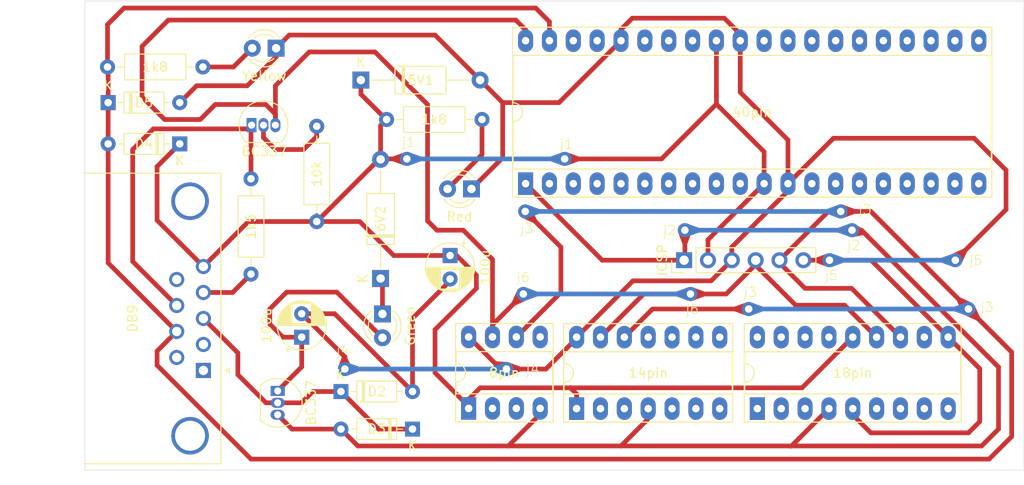
<source format=kicad_pcb>
(kicad_pcb (version 20240108) (generator "pcbnew") (generator_version "8.0")
  (layers (0 "F.Cu" mixed) (31 "B.Cu" jumper) (34 "B.Paste" user) (35 "F.Paste" user) (36 "B.SilkS" user "B.Silkscreen") (37 "F.SilkS" user "F.Silkscreen") (38 "B.Mask" user) (39 "F.Mask" user) (44 "Edge.Cuts" user))
  (net 0 "")
  (net 1 "Net-(1k5-Pad1)")
  (net 2 "Net-(Q3-C)")
  (net 3 "/VDD")
  (net 4 "Net-(Red1-A)")
  (net 5 "/PGC")
  (net 6 "Net-(Yellow1-A)")
  (net 7 "/GND{slash}PGM")
  (net 8 "Net-(6V2-K)")
  (net 9 "/PGD")
  (net 11 "/MCLR")
  (net 14 "Net-(Q3-B)")
  (net 68 "Net-(Green1-A)")
  (net 69 "Net-(D2-K)")
  (footprint "LED_THT:LED_D3.0mm" (layer "F.Cu") (at 132 108.125 -90)
    (property "Reference" "Green" (at 1.27 -2.96 90) (layer "F.SilkS"))
    (property "Value" "LED")
    (pad "1" thru_hole rect (at 0 0 270) (size 1.8 1.8) (drill 0.9) (layers "*.Cu" "*.Mask") (net 8 "Net-(6V2-K)"))
    (pad "2" thru_hole circle (at 2.54 0 270) (size 1.8 1.8) (drill 0.9) (layers "*.Cu" "*.Mask") (net 68 "Net-(Green1-A)"))
  )
  (footprint "LED_THT:LED_D3.0mm" (layer "F.Cu") (at 141.475 94.8 180)
    (property "Reference" "Red" (at 1.27 -2.96 180) (layer "F.SilkS"))
    (property "Value" "LED")
    (pad "1" thru_hole rect (at 0 0 180) (size 1.8 1.8) (drill 0.9) (layers "*.Cu" "*.Mask") (net 7 "/GND{slash}PGM"))
    (pad "2" thru_hole circle (at 2.54 0 180) (size 1.8 1.8) (drill 0.9) (layers "*.Cu" "*.Mask") (net 4 "Net-(Red1-A)"))
  )
  (footprint "Connector_Dsub:DSUB-9_Female_Horizontal_P2.77x2.84mm_EdgePinOffset9.90mm_Housed_MountingHolesOffset11.32mm" (layer "F.Cu") (at 112.930331 114.15 -90)
    (property "Reference" "DB9" (at -5.54 7.530331 90) (layer "F.SilkS"))
    (property "Value" "DE9_Receptacle_MountingHoles")
    (pad "0" thru_hole circle (at -18.04 1.42 270) (size 4 4) (drill 3.2) (layers "*.Cu" "*.Mask"))
    (pad "0" thru_hole circle (at 6.96 1.42 270) (size 4 4) (drill 3.2) (layers "*.Cu" "*.Mask"))
    (pad "1" thru_hole rect (at 0 0 270) (size 1.6 1.6) (drill 1) (layers "*.Cu" "*.Mask"))
    (pad "2" thru_hole circle (at -2.77 0 270) (size 1.6 1.6) (drill 1) (layers "*.Cu" "*.Mask"))
    (pad "3" thru_hole circle (at -5.54 0 270) (size 1.6 1.6) (drill 1) (layers "*.Cu" "*.Mask") (net 69 "Net-(D2-K)"))
    (pad "4" thru_hole circle (at -8.31 0 270) (size 1.6 1.6) (drill 1) (layers "*.Cu" "*.Mask") (net 1 "Net-(1k5-Pad1)"))
    (pad "5" thru_hole circle (at -11.08 0 270) (size 1.6 1.6) (drill 1) (layers "*.Cu" "*.Mask") (net 3 "/VDD"))
    (pad "6" thru_hole circle (at -1.385 2.84 270) (size 1.6 1.6) (drill 1) (layers "*.Cu" "*.Mask"))
    (pad "7" thru_hole circle (at -4.155 2.84 270) (size 1.6 1.6) (drill 1) (layers "*.Cu" "*.Mask") (net 5 "/PGC"))
    (pad "8" thru_hole circle (at -6.925 2.84 270) (size 1.6 1.6) (drill 1) (layers "*.Cu" "*.Mask") (net 2 "Net-(Q3-C)"))
    (pad "9" thru_hole circle (at -9.695 2.84 270) (size 1.6 1.6) (drill 1) (layers "*.Cu" "*.Mask"))
  )
  (footprint "Resistor_THT:R_Axial_DIN0207_L6.3mm_D2.5mm_P10.16mm_Horizontal" (layer "F.Cu") (at 118 103.88 90)
    (property "Reference" "1k5" (at 5.08 0 270) (layer "F.SilkS"))
    (property "Value" "R_US")
    (pad "1" thru_hole circle (at 0 0 90) (size 1.6 1.6) (drill 0.8) (layers "*.Cu" "*.Mask") (net 1 "Net-(1k5-Pad1)"))
    (pad "2" thru_hole oval (at 10.16 0 90) (size 1.6 1.6) (drill 0.8) (layers "*.Cu" "*.Mask") (net 2 "Net-(Q3-C)"))
  )
  (footprint "Package_DIP:DIP-40_W15.24mm_Socket_LongPads" (layer "F.Cu") (at 147.24 94.24 90)
    (property "Reference" "40pin" (at 7.625 24.125 0) (layer "F.SilkS"))
    (property "Value" "Conn_02x20_Counter_Clockwise")
    (pad "1" thru_hole rect (at 0 0 90) (size 2.4 1.6) (drill 0.8) (layers "*.Cu" "*.Mask") (net 11 "/MCLR"))
    (pad "2" thru_hole oval (at 0 2.54 90) (size 2.4 1.6) (drill 0.8) (layers "*.Cu" "*.Mask"))
    (pad "3" thru_hole oval (at 0 5.08 90) (size 2.4 1.6) (drill 0.8) (layers "*.Cu" "*.Mask"))
    (pad "4" thru_hole oval (at 0 7.62 90) (size 2.4 1.6) (drill 0.8) (layers "*.Cu" "*.Mask"))
    (pad "5" thru_hole oval (at 0 10.16 90) (size 2.4 1.6) (drill 0.8) (layers "*.Cu" "*.Mask"))
    (pad "6" thru_hole oval (at 0 12.7 90) (size 2.4 1.6) (drill 0.8) (layers "*.Cu" "*.Mask"))
    (pad "7" thru_hole oval (at 0 15.24 90) (size 2.4 1.6) (drill 0.8) (layers "*.Cu" "*.Mask"))
    (pad "8" thru_hole oval (at 0 17.78 90) (size 2.4 1.6) (drill 0.8) (layers "*.Cu" "*.Mask"))
    (pad "9" thru_hole oval (at 0 20.32 90) (size 2.4 1.6) (drill 0.8) (layers "*.Cu" "*.Mask"))
    (pad "10" thru_hole oval (at 0 22.86 90) (size 2.4 1.6) (drill 0.8) (layers "*.Cu" "*.Mask"))
    (pad "11" thru_hole oval (at 0 25.4 90) (size 2.4 1.6) (drill 0.8) (layers "*.Cu" "*.Mask") (net 3 "/VDD"))
    (pad "12" thru_hole oval (at 0 27.94 90) (size 2.4 1.6) (drill 0.8) (layers "*.Cu" "*.Mask") (net 7 "/GND{slash}PGM"))
    (pad "13" thru_hole oval (at 0 30.48 90) (size 2.4 1.6) (drill 0.8) (layers "*.Cu" "*.Mask"))
    (pad "14" thru_hole oval (at 0 33.02 90) (size 2.4 1.6) (drill 0.8) (layers "*.Cu" "*.Mask"))
    (pad "15" thru_hole oval (at 0 35.56 90) (size 2.4 1.6) (drill 0.8) (layers "*.Cu" "*.Mask"))
    (pad "16" thru_hole oval (at 0 38.1 90) (size 2.4 1.6) (drill 0.8) (layers "*.Cu" "*.Mask"))
    (pad "17" thru_hole oval (at 0 40.64 90) (size 2.4 1.6) (drill 0.8) (layers "*.Cu" "*.Mask"))
    (pad "18" thru_hole oval (at 0 43.18 90) (size 2.4 1.6) (drill 0.8) (layers "*.Cu" "*.Mask"))
    (pad "19" thru_hole oval (at 0 45.72 90) (size 2.4 1.6) (drill 0.8) (layers "*.Cu" "*.Mask"))
    (pad "20" thru_hole oval (at 0 48.26 90) (size 2.4 1.6) (drill 0.8) (layers "*.Cu" "*.Mask"))
    (pad "21" thru_hole oval (at 15.24 48.26 90) (size 2.4 1.6) (drill 0.8) (layers "*.Cu" "*.Mask"))
    (pad "22" thru_hole oval (at 15.24 45.72 90) (size 2.4 1.6) (drill 0.8) (layers "*.Cu" "*.Mask"))
    (pad "23" thru_hole oval (at 15.24 43.18 90) (size 2.4 1.6) (drill 0.8) (layers "*.Cu" "*.Mask"))
    (pad "24" thru_hole oval (at 15.24 40.64 90) (size 2.4 1.6) (drill 0.8) (layers "*.Cu" "*.Mask"))
    (pad "25" thru_hole oval (at 15.24 38.1 90) (size 2.4 1.6) (drill 0.8) (layers "*.Cu" "*.Mask"))
    (pad "26" thru_hole oval (at 15.24 35.56 90) (size 2.4 1.6) (drill 0.8) (layers "*.Cu" "*.Mask"))
    (pad "27" thru_hole oval (at 15.24 33.02 90) (size 2.4 1.6) (drill 0.8) (layers "*.Cu" "*.Mask"))
    (pad "28" thru_hole oval (at 15.24 30.48 90) (size 2.4 1.6) (drill 0.8) (layers "*.Cu" "*.Mask"))
    (pad "29" thru_hole oval (at 15.24 27.94 90) (size 2.4 1.6) (drill 0.8) (layers "*.Cu" "*.Mask"))
    (pad "30" thru_hole oval (at 15.24 25.4 90) (size 2.4 1.6) (drill 0.8) (layers "*.Cu" "*.Mask"))
    (pad "31" thru_hole oval (at 15.24 22.86 90) (size 2.4 1.6) (drill 0.8) (layers "*.Cu" "*.Mask") (net 7 "/GND{slash}PGM"))
    (pad "32" thru_hole oval (at 15.24 20.32 90) (size 2.4 1.6) (drill 0.8) (layers "*.Cu" "*.Mask") (net 3 "/VDD"))
    (pad "33" thru_hole oval (at 15.24 17.78 90) (size 2.4 1.6) (drill 0.8) (layers "*.Cu" "*.Mask"))
    (pad "34" thru_hole oval (at 15.24 15.24 90) (size 2.4 1.6) (drill 0.8) (layers "*.Cu" "*.Mask"))
    (pad "35" thru_hole oval (at 15.24 12.7 90) (size 2.4 1.6) (drill 0.8) (layers "*.Cu" "*.Mask"))
    (pad "36" thru_hole oval (at 15.24 10.16 90) (size 2.4 1.6) (drill 0.8) (layers "*.Cu" "*.Mask") (net 7 "/GND{slash}PGM"))
    (pad "37" thru_hole oval (at 15.24 7.62 90) (size 2.4 1.6) (drill 0.8) (layers "*.Cu" "*.Mask"))
    (pad "38" thru_hole oval (at 15.24 5.08 90) (size 2.4 1.6) (drill 0.8) (layers "*.Cu" "*.Mask"))
    (pad "39" thru_hole oval (at 15.24 2.54 90) (size 2.4 1.6) (drill 0.8) (layers "*.Cu" "*.Mask") (net 5 "/PGC"))
    (pad "40" thru_hole oval (at 15.24 0 90) (size 2.4 1.6) (drill 0.8) (layers "*.Cu" "*.Mask") (net 9 "/PGD"))
  )
  (footprint "Package_DIP:DIP-18_W7.62mm_Socket_LongPads" (layer "F.Cu") (at 171.92 118.22 90)
    (property "Reference" "18pin" (at 3.8 10.15 0) (layer "F.SilkS"))
    (property "Value" "Conn_02x09_Counter_Clockwise")
    (pad "1" thru_hole rect (at 0 0 90) (size 2.4 1.6) (drill 0.8) (layers "*.Cu" "*.Mask"))
    (pad "2" thru_hole oval (at 0 2.54 90) (size 2.4 1.6) (drill 0.8) (layers "*.Cu" "*.Mask"))
    (pad "3" thru_hole oval (at 0 5.08 90) (size 2.4 1.6) (drill 0.8) (layers "*.Cu" "*.Mask"))
    (pad "4" thru_hole oval (at 0 7.62 90) (size 2.4 1.6) (drill 0.8) (layers "*.Cu" "*.Mask") (net 11 "/MCLR"))
    (pad "5" thru_hole oval (at 0 10.16 90) (size 2.4 1.6) (drill 0.8) (layers "*.Cu" "*.Mask") (net 7 "/GND{slash}PGM"))
    (pad "6" thru_hole oval (at 0 12.7 90) (size 2.4 1.6) (drill 0.8) (layers "*.Cu" "*.Mask"))
    (pad "7" thru_hole oval (at 0 15.24 90) (size 2.4 1.6) (drill 0.8) (layers "*.Cu" "*.Mask"))
    (pad "8" thru_hole oval (at 0 17.78 90) (size 2.4 1.6) (drill 0.8) (layers "*.Cu" "*.Mask"))
    (pad "9" thru_hole oval (at 0 20.32 90) (size 2.4 1.6) (drill 0.8) (layers "*.Cu" "*.Mask"))
    (pad "10" thru_hole oval (at 7.62 20.32 90) (size 2.4 1.6) (drill 0.8) (layers "*.Cu" "*.Mask") (net 7 "/GND{slash}PGM"))
    (pad "11" thru_hole oval (at 7.62 17.78 90) (size 2.4 1.6) (drill 0.8) (layers "*.Cu" "*.Mask"))
    (pad "12" thru_hole oval (at 7.62 15.24 90) (size 2.4 1.6) (drill 0.8) (layers "*.Cu" "*.Mask") (net 5 "/PGC"))
    (pad "13" thru_hole oval (at 7.62 12.7 90) (size 2.4 1.6) (drill 0.8) (layers "*.Cu" "*.Mask") (net 9 "/PGD"))
    (pad "14" thru_hole oval (at 7.62 10.16 90) (size 2.4 1.6) (drill 0.8) (layers "*.Cu" "*.Mask") (net 3 "/VDD"))
    (pad "15" thru_hole oval (at 7.62 7.62 90) (size 2.4 1.6) (drill 0.8) (layers "*.Cu" "*.Mask"))
    (pad "16" thru_hole oval (at 7.62 5.08 90) (size 2.4 1.6) (drill 0.8) (layers "*.Cu" "*.Mask"))
    (pad "17" thru_hole oval (at 7.62 2.54 90) (size 2.4 1.6) (drill 0.8) (layers "*.Cu" "*.Mask"))
    (pad "18" thru_hole oval (at 7.62 0 90) (size 2.4 1.6) (drill 0.8) (layers "*.Cu" "*.Mask"))
  )
  (footprint "Diode_THT:D_A-405_P12.70mm_Horizontal" (layer "F.Cu") (at 129.7 83.2)
    (property "Reference" "5V1" (at 6.35 0 360) (layer "F.SilkS"))
    (property "Value" "D_Zener")
    (fp_text user "K" (at 0 -1.9 360) (layer "F.SilkS"))
    (pad "1" thru_hole rect (at 0 0) (size 1.8 1.8) (drill 0.9) (layers "*.Cu" "*.Mask") (net 3 "/VDD"))
    (pad "2" thru_hole oval (at 12.7 0) (size 1.8 1.8) (drill 0.9) (layers "*.Cu" "*.Mask") (net 7 "/GND{slash}PGM"))
  )
  (footprint "Package_DIP:DIP-14_W7.62mm_Socket_LongPads" (layer "F.Cu") (at 152.675 118.22 90)
    (property "Reference" "14pin" (at 3.8 7.625 0) (layer "F.SilkS"))
    (property "Value" "Conn_02x07_Counter_Clockwise")
    (pad "1" thru_hole rect (at 0 0 90) (size 2.4 1.6) (drill 0.8) (layers "*.Cu" "*.Mask") (net 3 "/VDD"))
    (pad "2" thru_hole oval (at 0 2.54 90) (size 2.4 1.6) (drill 0.8) (layers "*.Cu" "*.Mask"))
    (pad "3" thru_hole oval (at 0 5.08 90) (size 2.4 1.6) (drill 0.8) (layers "*.Cu" "*.Mask"))
    (pad "4" thru_hole oval (at 0 7.62 90) (size 2.4 1.6) (drill 0.8) (layers "*.Cu" "*.Mask") (net 11 "/MCLR"))
    (pad "5" thru_hole oval (at 0 10.16 90) (size 2.4 1.6) (drill 0.8) (layers "*.Cu" "*.Mask"))
    (pad "6" thru_hole oval (at 0 12.7 90) (size 2.4 1.6) (drill 0.8) (layers "*.Cu" "*.Mask"))
    (pad "7" thru_hole oval (at 0 15.24 90) (size 2.4 1.6) (drill 0.8) (layers "*.Cu" "*.Mask"))
    (pad "8" thru_hole oval (at 7.62 15.24 90) (size 2.4 1.6) (drill 0.8) (layers "*.Cu" "*.Mask"))
    (pad "9" thru_hole oval (at 7.62 12.7 90) (size 2.4 1.6) (drill 0.8) (layers "*.Cu" "*.Mask"))
    (pad "10" thru_hole oval (at 7.62 10.16 90) (size 2.4 1.6) (drill 0.8) (layers "*.Cu" "*.Mask"))
    (pad "11" thru_hole oval (at 7.62 7.62 90) (size 2.4 1.6) (drill 0.8) (layers "*.Cu" "*.Mask"))
    (pad "12" thru_hole oval (at 7.62 5.08 90) (size 2.4 1.6) (drill 0.8) (layers "*.Cu" "*.Mask") (net 5 "/PGC"))
    (pad "13" thru_hole oval (at 7.62 2.54 90) (size 2.4 1.6) (drill 0.8) (layers "*.Cu" "*.Mask") (net 9 "/PGD"))
    (pad "14" thru_hole oval (at 7.62 0 90) (size 2.4 1.6) (drill 0.8) (layers "*.Cu" "*.Mask") (net 7 "/GND{slash}PGM"))
  )
  (footprint "Resistor_THT:R_Axial_DIN0207_L6.3mm_D2.5mm_P10.16mm_Horizontal" (layer "F.Cu") (at 125 88.12 -90)
    (property "Reference" "10k" (at 5.08 0 90) (layer "F.SilkS"))
    (property "Value" "R_US")
    (pad "1" thru_hole circle (at 0 0 270) (size 1.6 1.6) (drill 0.8) (layers "*.Cu" "*.Mask") (net 14 "Net-(Q3-B)"))
    (pad "2" thru_hole oval (at 10.16 0 270) (size 1.6 1.6) (drill 0.8) (layers "*.Cu" "*.Mask") (net 3 "/VDD"))
  )
  (footprint "Resistor_THT:R_Axial_DIN0207_L6.3mm_D2.5mm_P10.16mm_Horizontal" (layer "F.Cu") (at 132.44 87.4)
    (property "Reference" "1k8" (at 5.08 0 360) (layer "F.SilkS"))
    (property "Value" "R_US")
    (pad "1" thru_hole circle (at 0 0) (size 1.6 1.6) (drill 0.8) (layers "*.Cu" "*.Mask") (net 3 "/VDD"))
    (pad "2" thru_hole oval (at 10.16 0) (size 1.6 1.6) (drill 0.8) (layers "*.Cu" "*.Mask") (net 4 "Net-(Red1-A)"))
  )
  (footprint "Resistor_THT:R_Axial_DIN0207_L6.3mm_D2.5mm_P10.16mm_Horizontal" (layer "F.Cu") (at 102.72 81.8)
    (property "Reference" "1k8" (at 5.08 0 0) (layer "F.SilkS"))
    (property "Value" "R_US")
    (pad "1" thru_hole circle (at 0 0) (size 1.6 1.6) (drill 0.8) (layers "*.Cu" "*.Mask") (net 5 "/PGC"))
    (pad "2" thru_hole oval (at 10.16 0) (size 1.6 1.6) (drill 0.8) (layers "*.Cu" "*.Mask") (net 6 "Net-(Yellow1-A)"))
  )
  (footprint "Diode_THT:D_DO-35_SOD27_P7.62mm_Horizontal" (layer "F.Cu") (at 135.2 120.4 180)
    (property "Reference" "D3" (at 3.81 0 180) (layer "F.SilkS"))
    (property "Value" "1N4148")
    (fp_text user "K" (at 0 -1.8 180) (layer "F.SilkS"))
    (pad "1" thru_hole rect (at 0 0 180) (size 1.6 1.6) (drill 0.8) (layers "*.Cu" "*.Mask") (net 69 "Net-(D2-K)"))
    (pad "2" thru_hole oval (at 7.62 0 180) (size 1.6 1.6) (drill 0.8) (layers "*.Cu" "*.Mask") (net 11 "/MCLR"))
  )
  (footprint "Diode_THT:D_DO-35_SOD27_P7.62mm_Horizontal" (layer "F.Cu") (at 127.58 116.4)
    (property "Reference" "D2" (at 3.81 0 360) (layer "F.SilkS"))
    (property "Value" "1N4148")
    (fp_text user "K" (at 0 -1.8 360) (layer "F.SilkS"))
    (pad "1" thru_hole rect (at 0 0) (size 1.6 1.6) (drill 0.8) (layers "*.Cu" "*.Mask") (net 69 "Net-(D2-K)"))
    (pad "2" thru_hole oval (at 7.62 0) (size 1.6 1.6) (drill 0.8) (layers "*.Cu" "*.Mask") (net 7 "/GND{slash}PGM"))
  )
  (footprint "Diode_THT:D_A-405_P12.70mm_Horizontal" (layer "F.Cu") (at 131.8 104.35 90)
    (property "Reference" "6V2" (at 6.35 0 -90) (layer "F.SilkS"))
    (property "Value" "D_Zener")
    (fp_text user "K" (at 0 -1.9 -90) (layer "F.SilkS"))
    (pad "1" thru_hole rect (at 0 0 90) (size 1.8 1.8) (drill 0.9) (layers "*.Cu" "*.Mask") (net 8 "Net-(6V2-K)"))
    (pad "2" thru_hole oval (at 12.7 0 90) (size 1.8 1.8) (drill 0.9) (layers "*.Cu" "*.Mask") (net 3 "/VDD"))
  )
  (footprint "Connector_PinHeader_2.54mm:PinHeader_1x06_P2.54mm_Vertical" (layer "F.Cu") (at 164.12 102.4 90)
    (property "Reference" "ICSP" (at 0 -2.33 270) (layer "F.SilkS"))
    (property "Value" "Conn_01x06")
    (pad "1" thru_hole rect (at 0 0 90) (size 1.7 1.7) (drill 1) (layers "*.Cu" "*.Mask") (net 11 "/MCLR"))
    (pad "2" thru_hole oval (at 0 2.54 90) (size 1.7 1.7) (drill 1) (layers "*.Cu" "*.Mask") (net 3 "/VDD"))
    (pad "3" thru_hole oval (at 0 5.08 90) (size 1.7 1.7) (drill 1) (layers "*.Cu" "*.Mask") (net 7 "/GND{slash}PGM"))
    (pad "4" thru_hole oval (at 0 7.62 90) (size 1.7 1.7) (drill 1) (layers "*.Cu" "*.Mask") (net 9 "/PGD"))
    (pad "5" thru_hole oval (at 0 10.16 90) (size 1.7 1.7) (drill 1) (layers "*.Cu" "*.Mask") (net 5 "/PGC"))
    (pad "6" thru_hole oval (at 0 12.7 90) (size 1.7 1.7) (drill 1) (layers "*.Cu" "*.Mask") (net 7 "/GND{slash}PGM"))
  )
  (footprint "Package_TO_SOT_THT:TO-92_Inline" (layer "F.Cu") (at 120.84 116.33 -90)
    (property "Reference" "BC337" (at 1.27 -3.56 90) (layer "F.SilkS"))
    (property "Value" "BC337")
    (pad "1" thru_hole rect (at 0 0 270) (size 1.05 1.5) (drill 0.75) (layers "*.Cu" "*.Mask") (net 68 "Net-(Green1-A)"))
    (pad "2" thru_hole oval (at 1.27 0 270) (size 1.05 1.5) (drill 0.75) (layers "*.Cu" "*.Mask") (net 69 "Net-(D2-K)"))
    (pad "3" thru_hole oval (at 2.54 0 270) (size 1.05 1.5) (drill 0.75) (layers "*.Cu" "*.Mask") (net 11 "/MCLR"))
  )
  (footprint "Package_DIP:DIP-8_W7.62mm_Socket_LongPads" (layer "F.Cu") (at 141.175 118.2 90)
    (property "Reference" "8pin" (at 3.8 3.8 0) (layer "F.SilkS"))
    (property "Value" "Conn_02x04_Counter_Clockwise")
    (pad "1" thru_hole rect (at 0 0 90) (size 2.4 1.6) (drill 0.8) (layers "*.Cu" "*.Mask") (net 3 "/VDD"))
    (pad "2" thru_hole oval (at 0 2.54 90) (size 2.4 1.6) (drill 0.8) (layers "*.Cu" "*.Mask"))
    (pad "3" thru_hole oval (at 0 5.08 90) (size 2.4 1.6) (drill 0.8) (layers "*.Cu" "*.Mask"))
    (pad "4" thru_hole oval (at 0 7.62 90) (size 2.4 1.6) (drill 0.8) (layers "*.Cu" "*.Mask") (net 11 "/MCLR"))
    (pad "5" thru_hole oval (at 7.62 7.62 90) (size 2.4 1.6) (drill 0.8) (layers "*.Cu" "*.Mask"))
    (pad "6" thru_hole oval (at 7.62 5.08 90) (size 2.4 1.6) (drill 0.8) (layers "*.Cu" "*.Mask") (net 5 "/PGC"))
    (pad "7" thru_hole oval (at 7.62 2.54 90) (size 2.4 1.6) (drill 0.8) (layers "*.Cu" "*.Mask") (net 9 "/PGD"))
    (pad "8" thru_hole oval (at 7.62 0 90) (size 2.4 1.6) (drill 0.8) (layers "*.Cu" "*.Mask") (net 7 "/GND{slash}PGM"))
  )
  (footprint "Diode_THT:D_DO-35_SOD27_P7.62mm_Horizontal" (layer "F.Cu") (at 102.79 85.6)
    (property "Reference" "D5" (at 3.81 0 360) (layer "F.SilkS"))
    (property "Value" "1N4148")
    (fp_text user "K" (at 0 -1.8 360) (layer "F.SilkS"))
    (pad "1" thru_hole rect (at 0 0) (size 1.6 1.6) (drill 0.8) (layers "*.Cu" "*.Mask") (net 5 "/PGC"))
    (pad "2" thru_hole oval (at 7.62 0) (size 1.6 1.6) (drill 0.8) (layers "*.Cu" "*.Mask") (net 7 "/GND{slash}PGM"))
  )
  (footprint "LED_THT:LED_D3.0mm" (layer "F.Cu") (at 120.675 79.8 180)
    (property "Reference" "Yellow" (at 1.27 -2.96 180) (layer "F.SilkS"))
    (property "Value" "LED")
    (pad "1" thru_hole rect (at 0 0 180) (size 1.8 1.8) (drill 0.9) (layers "*.Cu" "*.Mask") (net 7 "/GND{slash}PGM"))
    (pad "2" thru_hole circle (at 2.54 0 180) (size 1.8 1.8) (drill 0.9) (layers "*.Cu" "*.Mask") (net 6 "Net-(Yellow1-A)"))
  )
  (footprint "Capacitor_THT:CP_Radial_D5.0mm_P2.50mm" (layer "F.Cu") (at 139.2 101.9 -90)
    (property "Reference" "100u" (at 1.25 -3.75 90) (layer "F.SilkS"))
    (property "Value" "C_Polarized")
    (pad "1" thru_hole rect (at 0 0 270) (size 1.6 1.6) (drill 0.8) (layers "*.Cu" "*.Mask") (net 3 "/VDD"))
    (pad "2" thru_hole circle (at 2.5 0 270) (size 1.6 1.6) (drill 0.8) (layers "*.Cu" "*.Mask") (net 7 "/GND{slash}PGM"))
  )
  (footprint "Diode_THT:D_DO-35_SOD27_P7.62mm_Horizontal" (layer "F.Cu") (at 110.41 90 180)
    (property "Reference" "D4" (at 3.81 0 180) (layer "F.SilkS"))
    (property "Value" "1N4148")
    (fp_text user "K" (at 0 -1.8 180) (layer "F.SilkS"))
    (pad "1" thru_hole rect (at 0 0 180) (size 1.6 1.6) (drill 0.8) (layers "*.Cu" "*.Mask") (net 3 "/VDD"))
    (pad "2" thru_hole oval (at 7.62 0 180) (size 1.6 1.6) (drill 0.8) (layers "*.Cu" "*.Mask") (net 5 "/PGC"))
  )
  (footprint "Capacitor_THT:CP_Radial_D5.0mm_P2.50mm" (layer "F.Cu") (at 123.4 110.605113 90)
    (property "Reference" "100u" (at 1.25 -3.75 270) (layer "F.SilkS"))
    (property "Value" "C_Polarized")
    (pad "1" thru_hole rect (at 0 0 90) (size 1.6 1.6) (drill 0.8) (layers "*.Cu" "*.Mask") (net 68 "Net-(Green1-A)"))
    (pad "2" thru_hole circle (at 2.5 0 90) (size 1.6 1.6) (drill 0.8) (layers "*.Cu" "*.Mask") (net 7 "/GND{slash}PGM"))
  )
  (footprint "Package_TO_SOT_THT:TO-92_Inline" (layer "F.Cu") (at 118.06 88)
    (property "Reference" "BC337" (at 1.34 2.8 0) (layer "F.SilkS"))
    (property "Value" "BC337")
    (pad "1" thru_hole rect (at 0 0) (size 1.05 1.5) (drill 0.75) (layers "*.Cu" "*.Mask") (net 2 "Net-(Q3-C)"))
    (pad "2" thru_hole oval (at 1.27 0) (size 1.05 1.5) (drill 0.75) (layers "*.Cu" "*.Mask") (net 14 "Net-(Q3-B)"))
    (pad "3" thru_hole oval (at 2.54 0) (size 1.05 1.5) (drill 0.75) (layers "*.Cu" "*.Mask") (net 9 "/PGD"))
  )
  (gr_rect (start 100.309669 74.77) (end 200.309669 124.77) (stroke (width 0.05)) (fill none) (layer "Edge.Cuts"))
  (gr_text "j2" (at 181.4 101.4 0) (layer "F.SilkS") (effects (font (size 1 1) (thickness 0.1)) (justify left bottom)))
  (gr_text "j5" (at 179 104.6 0) (layer "F.SilkS") (effects (font (size 1 1) (thickness 0.1)) (justify left bottom)))
  (gr_text "j4" (at 127 112.6 0) (layer "F.SilkS") (effects (font (size 1 1) (thickness 0.1)) (justify left bottom)))
  (gr_text "j2" (at 161.8 99.8 0) (layer "F.SilkS") (effects (font (size 1 1) (thickness 0.1)) (justify left bottom)))
  (gr_text "j1" (at 134 90.4 0) (layer "F.SilkS") (effects (font (size 1 1) (thickness 0.1)) (justify left bottom)))
  (gr_text "j1" (at 150.8 90.6 0) (layer "F.SilkS") (effects (font (size 1 1) (thickness 0.1)) (justify left bottom)))
  (gr_text "j3" (at 195.6 108 0) (layer "F.SilkS") (effects (font (size 1 1) (thickness 0.1)) (justify left bottom)))
  (gr_text "j3" (at 146.6 99.6 0) (layer "F.SilkS") (effects (font (size 1 1) (thickness 0.1)) (justify left bottom)))
  (gr_text "j6" (at 164.2 108.2 0) (layer "F.SilkS") (effects (font (size 1 1) (thickness 0.1)) (justify left bottom)))
  (gr_text "j5" (at 194.4 103 0) (layer "F.SilkS") (effects (font (size 1 1) (thickness 0.1)) (justify left bottom)))
  (gr_text "j6" (at 146.2 104.8 0) (layer "F.SilkS") (effects (font (size 1 1) (thickness 0.1)) (justify left bottom)))
  (gr_text "j3" (at 170.4 106.4 0) (layer "F.SilkS") (effects (font (size 1 1) (thickness 0.1)) (justify left bottom)))
  (gr_text "j4" (at 147.2 114.6 0) (layer "F.SilkS") (effects (font (size 1 1) (thickness 0.1)) (justify left bottom)))
  (gr_text "j3" (at 182.6 97.6 0) (layer "F.SilkS") (effects (font (size 1 1) (thickness 0.1)) (justify left bottom)))
  (segment (start 112.930331 105.84) (end 116.04 105.84) (width 0.5) (layer "F.Cu") (net 1))
  (segment (start 116.04 105.84) (end 118 103.88) (width 0.5) (layer "F.Cu") (net 1))
  (segment (start 118 88.06) (end 118.06 88) (width 0.5) (layer "F.Cu") (net 2))
  (segment (start 118 93.72) (end 118 88.06) (width 0.5) (layer "F.Cu") (net 2))
  (segment (start 117.66 88.4) (end 118.06 88) (width 0.5) (layer "F.Cu") (net 2))
  (segment (start 110.090331 107.225) (end 105.4 102.534669) (width 0.5) (layer "F.Cu") (net 2))
  (segment (start 105.4 90.6) (end 107.6 88.4) (width 0.5) (layer "F.Cu") (net 2))
  (segment (start 107.6 88.4) (end 117.66 88.4) (width 0.5) (layer "F.Cu") (net 2))
  (segment (start 105.4 102.534669) (end 105.4 90.6) (width 0.5) (layer "F.Cu") (net 2))
  (segment (start 131.8 91.65) (end 131.8 88.04) (width 0.5) (layer "F.Cu") (net 3))
  (segment (start 117.720331 98.28) (end 125 98.28) (width 0.5) (layer "F.Cu") (net 3))
  (segment (start 139.9 101.9) (end 142 104) (width 0.5) (layer "F.Cu") (net 3))
  (segment (start 167.56 84.8) (end 167.56 85.76) (width 0.5) (layer "F.Cu") (net 3))
  (segment (start 139.2 101.9) (end 139.9 101.9) (width 0.5) (layer "F.Cu") (net 3))
  (segment (start 134.6 91.6) (end 131.85 91.6) (width 0.5) (layer "F.Cu") (net 3))
  (segment (start 137.6 114.4) (end 141.175 117.975) (width 0.5) (layer "F.Cu") (net 3))
  (segment (start 133.2 101.9) (end 129.58 98.28) (width 0.5) (layer "F.Cu") (net 3))
  (segment (start 125 98.28) (end 131.63 91.65) (width 0.5) (layer "F.Cu") (net 3))
  (segment (start 129.7 84.7) (end 129.7 83.2) (width 0.5) (layer "F.Cu") (net 3))
  (segment (start 152 116) (end 176.68 116) (width 0.5) (layer "F.Cu") (net 3))
  (segment (start 125 97.65) (end 125 98.28) (width 0.5) (layer "F.Cu") (net 3))
  (segment (start 152.675 116.675) (end 152 116) (width 0.5) (layer "F.Cu") (net 3))
  (segment (start 167.56 79) (end 167.56 84.8) (width 0.5) (layer "F.Cu") (net 3))
  (segment (start 139.2 101.9) (end 133.2 101.9) (width 0.5) (layer "F.Cu") (net 3))
  (segment (start 132.4 87.4) (end 129.7 84.7) (width 0.5) (layer "F.Cu") (net 3))
  (segment (start 131.8 88.04) (end 132.44 87.4) (width 0.5) (layer "F.Cu") (net 3))
  (segment (start 142 104) (end 142 105.4) (width 0.5) (layer "F.Cu") (net 3))
  (segment (start 152.675 118.22) (end 152.675 116.675) (width 0.5) (layer "F.Cu") (net 3))
  (segment (start 176.68 116) (end 182.08 110.6) (width 0.5) (layer "F.Cu") (net 3))
  (segment (start 141.175 118.2) (end 141.175 117.225) (width 0.5) (layer "F.Cu") (net 3))
  (segment (start 161.72 91.6) (end 167.56 85.76) (width 0.5) (layer "F.Cu") (net 3))
  (segment (start 167.56 85.76) (end 172.64 90.84) (width 0.5) (layer "F.Cu") (net 3))
  (segment (start 166.66 100.22) (end 172.64 94.24) (width 0.5) (layer "F.Cu") (net 3))
  (segment (start 142.4 116) (end 152 116) (width 0.5) (layer "F.Cu") (net 3))
  (segment (start 141.175 117.975) (end 141.175 118.2) (width 0.5) (layer "F.Cu") (net 3))
  (segment (start 141.175 117.225) (end 142.4 116) (width 0.5) (layer "F.Cu") (net 3))
  (segment (start 151.4 91.6) (end 161.72 91.6) (width 0.5) (layer "F.Cu") (net 3))
  (segment (start 172.64 90.84) (end 172.64 94.24) (width 0.5) (layer "F.Cu") (net 3))
  (segment (start 108 98.139669) (end 108 92.41) (width 0.5) (layer "F.Cu") (net 3))
  (segment (start 132.44 87.4) (end 132.4 87.4) (width 0.5) (layer "F.Cu") (net 3))
  (segment (start 112.930331 103.07) (end 108 98.139669) (width 0.5) (layer "F.Cu") (net 3))
  (segment (start 137.6 109.8) (end 137.6 114.4) (width 0.5) (layer "F.Cu") (net 3))
  (segment (start 129.58 98.28) (end 125 98.28) (width 0.5) (layer "F.Cu") (net 3))
  (segment (start 166.66 102.4) (end 166.66 100.22) (width 0.5) (layer "F.Cu") (net 3))
  (segment (start 112.930331 103.07) (end 117.720331 98.28) (width 0.5) (layer "F.Cu") (net 3))
  (segment (start 108 92.41) (end 110.41 90) (width 0.5) (layer "F.Cu") (net 3))
  (segment (start 131.63 91.65) (end 131.8 91.65) (width 0.5) (layer "F.Cu") (net 3))
  (segment (start 142 105.4) (end 137.6 109.8) (width 0.5) (layer "F.Cu") (net 3))
  (segment (start 131.85 91.6) (end 131.8 91.65) (width 0.5) (layer "F.Cu") (net 3))
  (via (at 151.4 91.6) (size 1.5) (drill 0.8) (layers "F.Cu" "B.Cu") (net 3))
  (via (at 134.6 91.6) (size 1.5) (drill 0.8) (layers "F.Cu" "B.Cu") (net 3))
  (segment (start 134.6 91.6) (end 151.4 91.6) (width 0.5) (layer "B.Cu") (net 3))
  (segment (start 142.6 87.4) (end 142.6 91.135) (width 0.5) (layer "F.Cu") (net 4))
  (segment (start 142.6 91.135) (end 138.935 94.8) (width 0.5) (layer "F.Cu") (net 4))
  (segment (start 149.78 76.98) (end 148.32 75.52) (width 0.5) (layer "F.Cu") (net 5))
  (segment (start 199 112.2) (end 194.4 107.6) (width 0.5) (layer "F.Cu") (net 5))
  (segment (start 108 112.085331) (end 108 113.6) (width 0.5) (layer "F.Cu") (net 5))
  (segment (start 102.79 90) (end 102.79 85.6) (width 0.5) (layer "F.Cu") (net 5))
  (segment (start 174.28 102.4) (end 179.48 97.2) (width 0.5) (layer "F.Cu") (net 5))
  (segment (start 102.79 81.87) (end 102.72 81.8) (width 0.5) (layer "F.Cu") (net 5))
  (segment (start 102.79 85.6) (end 102.79 81.87) (width 0.5) (layer "F.Cu") (net 5))
  (segment (start 177 105.4) (end 174.28 102.68) (width 0.5) (layer "F.Cu") (net 5))
  (segment (start 181.96 105.4) (end 177 105.4) (width 0.5) (layer "F.Cu") (net 5))
  (segment (start 184 97.2) (end 180.8 97.2) (width 0.5) (layer "F.Cu") (net 5))
  (segment (start 110.090331 109.995) (end 102.79 102.694669) (width 0.5) (layer "F.Cu") (net 5))
  (segment (start 110.090331 109.995) (end 108 112.085331) (width 0.5) (layer "F.Cu") (net 5))
  (segment (start 151 101) (end 147.2 97.2) (width 0.5) (layer "F.Cu") (net 5))
  (segment (start 148.32 75.52) (end 104.48 75.52) (width 0.5) (layer "F.Cu") (net 5))
  (segment (start 194.4 107.6) (end 184 97.2) (width 0.5) (layer "F.Cu") (net 5))
  (segment (start 149.78 79) (end 149.78 76.98) (width 0.5) (layer "F.Cu") (net 5))
  (segment (start 174.28 102.32) (end 174.28 102.4) (width 0.5) (layer "F.Cu") (net 5))
  (segment (start 108 113.6) (end 118 123.6) (width 0.5) (layer "F.Cu") (net 5))
  (segment (start 160.755 107.6) (end 171 107.6) (width 0.5) (layer "F.Cu") (net 5))
  (segment (start 118 123.6) (end 196.6 123.6) (width 0.5) (layer "F.Cu") (net 5))
  (segment (start 151 105.835) (end 151 101) (width 0.5) (layer "F.Cu") (net 5))
  (segment (start 102.79 102.694669) (end 102.79 90) (width 0.5) (layer "F.Cu") (net 5))
  (segment (start 157.755 110.6) (end 160.755 107.6) (width 0.5) (layer "F.Cu") (net 5))
  (segment (start 187.16 110.6) (end 181.96 105.4) (width 0.5) (layer "F.Cu") (net 5))
  (segment (start 102.72 77.28) (end 102.72 81.8) (width 0.5) (layer "F.Cu") (net 5))
  (segment (start 196.6 123.6) (end 199 121.2) (width 0.5) (layer "F.Cu") (net 5))
  (segment (start 179.48 97.2) (end 180.8 97.2) (width 0.5) (layer "F.Cu") (net 5))
  (segment (start 146.255 110.58) (end 151 105.835) (width 0.5) (layer "F.Cu") (net 5))
  (segment (start 174.28 102.68) (end 174.28 102.4) (width 0.5) (layer "F.Cu") (net 5))
  (segment (start 199 121.2) (end 199 112.2) (width 0.5) (layer "F.Cu") (net 5))
  (segment (start 104.48 75.52) (end 102.72 77.28) (width 0.5) (layer "F.Cu") (net 5))
  (via (at 171 107.6) (size 1.5) (drill 0.8) (layers "F.Cu" "B.Cu") (net 5))
  (via (at 194.4 107.6) (size 1.5) (drill 0.8) (layers "F.Cu" "B.Cu") (net 5))
  (via (at 180.8 97.2) (size 1.5) (drill 0.8) (layers "F.Cu" "B.Cu") (net 5))
  (via (at 147.2 97.2) (size 1.5) (drill 0.8) (layers "F.Cu" "B.Cu") (net 5))
  (segment (start 171 107.6) (end 194.4 107.6) (width 0.5) (layer "B.Cu") (net 5))
  (segment (start 180.8 97.2) (end 147.2 97.2) (width 0.5) (layer "B.Cu") (net 5))
  (segment (start 112.88 81.8) (end 116.135 81.8) (width 0.5) (layer "F.Cu") (net 6))
  (segment (start 116.135 81.8) (end 118.135 79.8) (width 0.5) (layer "F.Cu") (net 6))
  (segment (start 141.175 110.58) (end 144.595 114) (width 0.5) (layer "F.Cu") (net 7))
  (segment (start 152.675 110.6) (end 158.675 104.6) (width 0.5) (layer "F.Cu") (net 7))
  (segment (start 152.675 110.6) (end 152.675 110.725) (width 0.5) (layer "F.Cu") (net 7))
  (segment (start 175.18 95.02) (end 175.18 94.24) (width 0.5) (layer "F.Cu") (net 7))
  (segment (start 184 120.8) (end 194.4 120.8) (width 0.5) (layer "F.Cu") (net 7))
  (segment (start 144.8 85.6) (end 144.8 91.475) (width 0.5) (layer "F.Cu") (net 7))
  (segment (start 152.675 110.725) (end 149.4 114) (width 0.5) (layer "F.Cu") (net 7))
  (segment (start 112.21 83.8) (end 117.6 83.8) (width 0.5) (layer "F.Cu") (net 7))
  (segment (start 167 104.6) (end 169.2 102.4) (width 0.5) (layer "F.Cu") (net 7))
  (segment (start 176.82 102.4) (end 179.6 102.4) (width 0.5) (layer "F.Cu") (net 7))
  (segment (start 195 89.4) (end 180.02 89.4) (width 0.5) (layer "F.Cu") (net 7))
  (segment (start 175.18 89.58) (end 175.18 94.24) (width 0.5) (layer "F.Cu") (net 7))
  (segment (start 144.8 85.6) (end 150.8 85.6) (width 0.5) (layer "F.Cu") (net 7))
  (segment (start 158.675 104.6) (end 167 104.6) (width 0.5) (layer "F.Cu") (net 7))
  (segment (start 170.1 84.5) (end 175.18 89.58) (width 0.5) (layer "F.Cu") (net 7))
  (segment (start 192.24 110.6) (end 184.04 102.4) (width 0.5) (layer "F.Cu") (net 7))
  (segment (start 144.595 114) (end 145.2 114) (width 0.5) (layer "F.Cu") (net 7))
  (segment (start 198.4 92.8) (end 195 89.4) (width 0.5) (layer "F.Cu") (net 7))
  (segment (start 158.6 76.6) (end 157.4 77.8) (width 0.5) (layer "F.Cu") (net 7))
  (segment (start 168.4 76.6) (end 158.6 76.6) (width 0.5) (layer "F.Cu") (net 7))
  (segment (start 169.2 102.4) (end 169.2 101) (width 0.5) (layer "F.Cu") (net 7))
  (segment (start 123.4 108.105113) (end 126.905113 108.105113) (width 0.5) (layer "F.Cu") (net 7))
  (segment (start 180.02 89.4) (end 175.18 94.24) (width 0.5) (layer "F.Cu") (net 7))
  (segment (start 128 114) (end 128 112.705113) (width 0.5) (layer "F.Cu") (net 7))
  (segment (start 182.08 118.22) (end 182.08 118.88) (width 0.5) (layer "F.Cu") (net 7))
  (segment (start 122.075 78.4) (end 137.6 78.4) (width 0.5) (layer "F.Cu") (net 7))
  (segment (start 117.6 83.8) (end 120.675 80.725) (width 0.5) (layer "F.Cu") (net 7))
  (segment (start 120.675 80.725) (end 120.675 79.8) (width 0.5) (layer "F.Cu") (net 7))
  (segment (start 198.4 97) (end 198.4 92.8) (width 0.5) (layer "F.Cu") (net 7))
  (segment (start 150.8 85.6) (end 157.4 79) (width 0.5) (layer "F.Cu") (net 7))
  (segment (start 126.905113 108.105113) (end 135.2 116.4) (width 0.5) (layer "F.Cu") (net 7))
  (segment (start 170.1 79) (end 170.1 78.3) (width 0.5) (layer "F.Cu") (net 7))
  (segment (start 170.1 78.3) (end 168.4 76.6) (width 0.5) (layer "F.Cu") (net 7))
  (segment (start 142.4 83.2) (end 144.8 85.6) (width 0.5) (layer "F.Cu") (net 7))
  (segment (start 120.675 79.8) (end 122.075 78.4) (width 0.5) (layer "F.Cu") (net 7))
  (segment (start 110.41 85.6) (end 112.21 83.8) (width 0.5) (layer "F.Cu") (net 7))
  (segment (start 179.6 102.4) (end 184.04 102.4) (width 0.5) (layer "F.Cu") (net 7))
  (segment (start 169.2 101) (end 175.18 95.02) (width 0.5) (layer "F.Cu") (net 7))
  (segment (start 157.4 77.8) (end 157.4 79) (width 0.5) (layer "F.Cu") (net 7))
  (segment (start 193 102.4) (end 198.4 97) (width 0.5) (layer "F.Cu") (net 7))
  (segment (start 170.1 79) (end 170.1 84.5) (width 0.5) (layer "F.Cu") (net 7))
  (segment (start 139.2 104.4) (end 139.2 104.6) (width 0.5) (layer "F.Cu") (net 7))
  (segment (start 139.2 104.6) (end 135.2 108.6) (width 0.5) (layer "F.Cu") (net 7))
  (segment (start 149.4 114) (end 145.2 114) (width 0.5) (layer "F.Cu") (net 7))
  (segment (start 195.6 119.6) (end 195.6 113.96) (width 0.5) (layer "F.Cu") (net 7))
  (segment (start 144.8 91.475) (end 141.475 94.8) (width 0.5) (layer "F.Cu") (net 7))
  (segment (start 135.2 108.6) (end 135.2 116.4) (width 0.5) (layer "F.Cu") (net 7))
  (segment (start 194.4 120.8) (end 195.6 119.6) (width 0.5) (layer "F.Cu") (net 7))
  (segment (start 137.6 78.4) (end 142.4 83.2) (width 0.5) (layer "F.Cu") (net 7))
  (segment (start 128 112.705113) (end 123.4 108.105113) (width 0.5) (layer "F.Cu") (net 7))
  (segment (start 195.6 113.96) (end 192.24 110.6) (width 0.5) (layer "F.Cu") (net 7))
  (segment (start 182.08 118.88) (end 184 120.8) (width 0.5) (layer "F.Cu") (net 7))
  (segment (start 141.02 110.58) (end 141.175 110.58) (width 0.5) (layer "F.Cu") (net 7))
  (via (at 128 114) (size 1.5) (drill 0.8) (layers "F.Cu" "B.Cu") (net 7))
  (via (at 145.2 114) (size 1.5) (drill 0.8) (layers "F.Cu" "B.Cu") (net 7))
  (via (at 179.6 102.4) (size 1.5) (drill 0.8) (layers "F.Cu" "B.Cu") (net 7))
  (via (at 193 102.4) (size 1.5) (drill 0.8) (layers "F.Cu" "B.Cu") (net 7))
  (segment (start 179.6 102.4) (end 193 102.4) (width 0.5) (layer "B.Cu") (net 7))
  (segment (start 145.2 114) (end 128 114) (width 0.5) (layer "B.Cu") (net 7))
  (segment (start 132 108.125) (end 132 104.55) (width 0.5) (layer "F.Cu") (net 8))
  (segment (start 132 104.55) (end 131.8 104.35) (width 0.5) (layer "F.Cu") (net 8))
  (segment (start 168.6 106) (end 171.74 102.86) (width 0.5) (layer "F.Cu") (net 9))
  (segment (start 106.4 79.6) (end 109.2 76.8) (width 0.5) (layer "F.Cu") (net 9))
  (segment (start 146.2 76.8) (end 147.24 77.84) (width 0.5) (layer "F.Cu") (net 9))
  (segment (start 119.566929 85.8) (end 114.2 85.8) (width 0.5) (layer "F.Cu") (net 9))
  (segment (start 155.215 110.6) (end 159.815 106) (width 0.5) (layer "F.Cu") (net 9))
  (segment (start 124.2 80.2) (end 131.2 80.2) (width 0.5) (layer "F.Cu") (net 9))
  (segment (start 108.8 87.4) (end 106.4 85) (width 0.5) (layer "F.Cu") (net 9))
  (segment (start 137.8 99.2) (end 140.6 99.2) (width 0.5) (layer "F.Cu") (net 9))
  (segment (start 181.22 107.2) (end 176 107.2) (width 0.5) (layer "F.Cu") (net 9))
  (segment (start 159.815 106) (end 164.8 106) (width 0.5) (layer "F.Cu") (net 9))
  (segment (start 120.6 83.8) (end 124.2 80.2) (width 0.5) (layer "F.Cu") (net 9))
  (segment (start 143.715 102.315) (end 143.715 110.58) (width 0.5) (layer "F.Cu") (net 9))
  (segment (start 184.62 110.6) (end 181.22 107.2) (width 0.5) (layer "F.Cu") (net 9))
  (segment (start 120.6 88) (end 120.6 86.833071) (width 0.5) (layer "F.Cu") (net 9))
  (segment (start 136.8 85.8) (end 136.8 98.2) (width 0.5) (layer "F.Cu") (net 9))
  (segment (start 136.8 98.2) (end 137.8 99.2) (width 0.5) (layer "F.Cu") (net 9))
  (segment (start 120.6 88) (end 120.6 83.8) (width 0.5) (layer "F.Cu") (net 9))
  (segment (start 176 107.2) (end 171.74 102.94) (width 0.5) (layer "F.Cu") (net 9))
  (segment (start 171.74 102.94) (end 171.74 102.4) (width 0.5) (layer "F.Cu") (net 9))
  (segment (start 143.715 109.285) (end 143.715 110.58) (width 0.5) (layer "F.Cu") (net 9))
  (segment (start 147.24 77.84) (end 147.24 79) (width 0.5) (layer "F.Cu") (net 9))
  (segment (start 131.2 80.2) (end 136.8 85.8) (width 0.5) (layer "F.Cu") (net 9))
  (segment (start 112.6 87.4) (end 108.8 87.4) (width 0.5) (layer "F.Cu") (net 9))
  (segment (start 147 106) (end 143.715 109.285) (width 0.5) (layer "F.Cu") (net 9))
  (segment (start 140.6 99.2) (end 143.715 102.315) (width 0.5) (layer "F.Cu") (net 9))
  (segment (start 109.2 76.8) (end 146.2 76.8) (width 0.5) (layer "F.Cu") (net 9))
  (segment (start 171.74 102.86) (end 171.74 102.4) (width 0.5) (layer "F.Cu") (net 9))
  (segment (start 168.6 106) (end 164.8 106) (width 0.5) (layer "F.Cu") (net 9))
  (segment (start 120.6 86.833071) (end 119.566929 85.8) (width 0.5) (layer "F.Cu") (net 9))
  (segment (start 114.2 85.8) (end 112.6 87.4) (width 0.5) (layer "F.Cu") (net 9))
  (segment (start 106.4 85) (end 106.4 79.6) (width 0.5) (layer "F.Cu") (net 9))
  (via (at 164.8 106) (size 1.5) (drill 0.8) (layers "F.Cu" "B.Cu") (net 9))
  (via (at 147 106) (size 1.5) (drill 0.8) (layers "F.Cu" "B.Cu") (net 9))
  (segment (start 164.8 106) (end 147 106) (width 0.5) (layer "B.Cu") (net 9))
  (segment (start 148.795 118.805) (end 145.4 122.2) (width 0.5) (layer "F.Cu") (net 11))
  (segment (start 157.4 122.2) (end 146.6 122.2) (width 0.5) (layer "F.Cu") (net 11))
  (segment (start 155.4 102.4) (end 147.24 94.24) (width 0.5) (layer "F.Cu") (net 11))
  (segment (start 197.6 120.4) (end 197.6 113.792233) (width 0.5) (layer "F.Cu") (net 11))
  (segment (start 127.58 120.4) (end 122.37 120.4) (width 0.5) (layer "F.Cu") (net 11))
  (segment (start 195.8 122.2) (end 197.6 120.4) (width 0.5) (layer "F.Cu") (net 11))
  (segment (start 197.6 113.792233) (end 183.007767 99.2) (width 0.5) (layer "F.Cu") (net 11))
  (segment (start 157.4 122.2) (end 175.4 122.2) (width 0.5) (layer "F.Cu") (net 11))
  (segment (start 160.295 118.22) (end 160.295 119.305) (width 0.5) (layer "F.Cu") (net 11))
  (segment (start 175.4 122.2) (end 195.8 122.2) (width 0.5) (layer "F.Cu") (net 11))
  (segment (start 160.295 119.305) (end 157.4 122.2) (width 0.5) (layer "F.Cu") (net 11))
  (segment (start 164.2 102.32) (end 164.12 102.4) (width 0.5) (layer "F.Cu") (net 11))
  (segment (start 179.54 118.22) (end 175.56 122.2) (width 0.5) (layer "F.Cu") (net 11))
  (segment (start 175.56 122.2) (end 175.4 122.2) (width 0.5) (layer "F.Cu") (net 11))
  (segment (start 164.2 99.2) (end 164.2 102.32) (width 0.5) (layer "F.Cu") (net 11))
  (segment (start 145.4 122.2) (end 129.38 122.2) (width 0.5) (layer "F.Cu") (net 11))
  (segment (start 148.795 118.2) (end 148.795 118.805) (width 0.5) (layer "F.Cu") (net 11))
  (segment (start 129.38 122.2) (end 127.58 120.4) (width 0.5) (layer "F.Cu") (net 11))
  (segment (start 164.12 102.4) (end 155.4 102.4) (width 0.5) (layer "F.Cu") (net 11))
  (segment (start 146.6 122.2) (end 145.4 122.2) (width 0.5) (layer "F.Cu") (net 11))
  (segment (start 183.007767 99.2) (end 182 99.2) (width 0.5) (layer "F.Cu") (net 11))
  (segment (start 122.37 120.4) (end 120.84 118.87) (width 0.5) (layer "F.Cu") (net 11))
  (via (at 182 99.2) (size 1.5) (drill 0.8) (layers "F.Cu" "B.Cu") (net 11))
  (via (at 164.2 99.2) (size 1.5) (drill 0.8) (layers "F.Cu" "B.Cu") (net 11))
  (segment (start 182 99.2) (end 164.2 99.2) (width 0.5) (layer "B.Cu") (net 11))
  (segment (start 125 88.12) (end 125 89.2) (width 0.5) (layer "F.Cu") (net 14))
  (segment (start 120.6 90.6) (end 119.33 89.33) (width 0.5) (layer "F.Cu") (net 14))
  (segment (start 125 89.2) (end 123.6 90.6) (width 0.5) (layer "F.Cu") (net 14))
  (segment (start 119.33 89.33) (end 119.33 88) (width 0.5) (layer "F.Cu") (net 14))
  (segment (start 123.6 90.6) (end 120.6 90.6) (width 0.5) (layer "F.Cu") (net 14))
  (segment (start 121.8 105.8) (end 127.135 105.8) (width 0.5) (layer "F.Cu") (net 68))
  (segment (start 120 107.6) (end 121.8 105.8) (width 0.5) (layer "F.Cu") (net 68))
  (segment (start 120 109.2) (end 120 107.6) (width 0.5) (layer "F.Cu") (net 68))
  (segment (start 123.4 110.605113) (end 123.4 113.77) (width 0.5) (layer "F.Cu") (net 68))
  (segment (start 123.4 113.77) (end 120.84 116.33) (width 0.5) (layer "F.Cu") (net 68))
  (segment (start 127.135 105.8) (end 132 110.665) (width 0.5) (layer "F.Cu") (net 68))
  (segment (start 123.4 110.605113) (end 121.405113 110.605113) (width 0.5) (layer "F.Cu") (net 68))
  (segment (start 121.405113 110.605113) (end 120 109.2) (width 0.5) (layer "F.Cu") (net 68))
  (segment (start 120.84 117.6) (end 123.38 117.6) (width 0.5) (layer "F.Cu") (net 69))
  (segment (start 112.930331 108.61) (end 116.6 112.279669) (width 0.5) (layer "F.Cu") (net 69))
  (segment (start 127.58 116.4) (end 124.58 116.4) (width 0.5) (layer "F.Cu") (net 69))
  (segment (start 116.6 114.6) (end 119.6 117.6) (width 0.5) (layer "F.Cu") (net 69))
  (segment (start 131.58 120.4) (end 127.58 116.4) (width 0.5) (layer "F.Cu") (net 69))
  (segment (start 124.58 116.4) (end 123.38 117.6) (width 0.5) (layer "F.Cu") (net 69))
  (segment (start 119.6 117.6) (end 120.84 117.6) (width 0.5) (layer "F.Cu") (net 69))
  (segment (start 135.2 120.4) (end 131.58 120.4) (width 0.5) (layer "F.Cu") (net 69))
  (segment (start 116.6 112.279669) (end 116.6 114.6) (width 0.5) (layer "F.Cu") (net 69))
)
</source>
